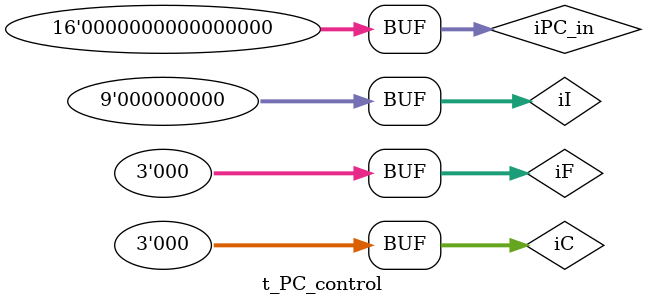
<source format=sv>
module PC_control(input [2:0]C, input [15:0] I, input [2:0] F, input [1:0] branch, input [15:0] PC_in, output [15:0] PC_out);
	//Overflow is [2], Negative[1], Zero[0]	
	reg [15:0] calculated_pc,normal_pc, inter_PC_out;
	reg [15:0] inter_op2, inter_op1;
	//When branch [0] == 1, we are doing the B instruction. When branch [0] == 0, we are doing the BR (Branch Register) instruction 
	// branch = x0: I<<1, branch = x1: rs
	assign inter_op2 = (~branch[0])? I : (I << 4'h1);
	// branch = x0: normal_pc, branch = x1: 0 to jump to rs
	assign inter_op1 = (~branch[0])? '0 : normal_pc;
	
	addsub_16bit normal (.Sum(normal_pc),.Error(), .A(PC_in),. B(16'h0002),.sub('0),.pad('0));
	addsub_16bit immediate (.Sum(calculated_pc),.Error(), .A(inter_op1),. B(inter_op2),.sub('0),.pad('0));
	
	// If branch instruction, take the pc decided, else go to next pc address
	// branch = 1x: branch instruction, branch = 0x: not a branch instruction
	assign PC_out = (branch[1])? inter_PC_out : normal_pc;

	//Watch out for the reset
	reg error;
	always @ (C,I,F) begin
	error = 1'b0;
	//Overflow is [2], Negative[1], Zero[0]
		case(C) 
			3'b000: //Not Equal
				inter_PC_out = ~F[0] ? calculated_pc : normal_pc; 	
			3'b001: //Equal
				inter_PC_out = F[0] ? calculated_pc : normal_pc;
			3'b010: //Greater Than
				inter_PC_out = (~F[0] & ~F[1]) ? calculated_pc : normal_pc;	
			3'b011: //Less Than
				inter_PC_out = F[1] ? calculated_pc : normal_pc;
			3'b100: //Greater Than or Equal
				inter_PC_out = (F[0] | (~F[0] & ~F[1])) ? calculated_pc : normal_pc;	
			3'b101: //Less Than or Equal
				inter_PC_out = (F[0] | F[1]) ? calculated_pc : normal_pc;			
			3'b110: //Overflow
				inter_PC_out = (F[2]) ? calculated_pc : normal_pc;	
			3'b111: //Unconditional
				inter_PC_out = calculated_pc;
			default:
				error = 1'b1;
		endcase
	end
endmodule

module t_PC_control ();
	logic [2:0] iC;
	logic signed [8:0] iI;
	logic [2:0] iF;
	logic [15:0] iPC_in, iPC_out;
	PC_control iDUT (.C(iC), .I(iI), .F(iF), .PC_in(iPC_in), .PC_out(iPC_out));

	initial begin
		iC = '0;
		iF = '0;
		iI ='0;
		iPC_in = '0;
		#5;
	end
endmodule

</source>
